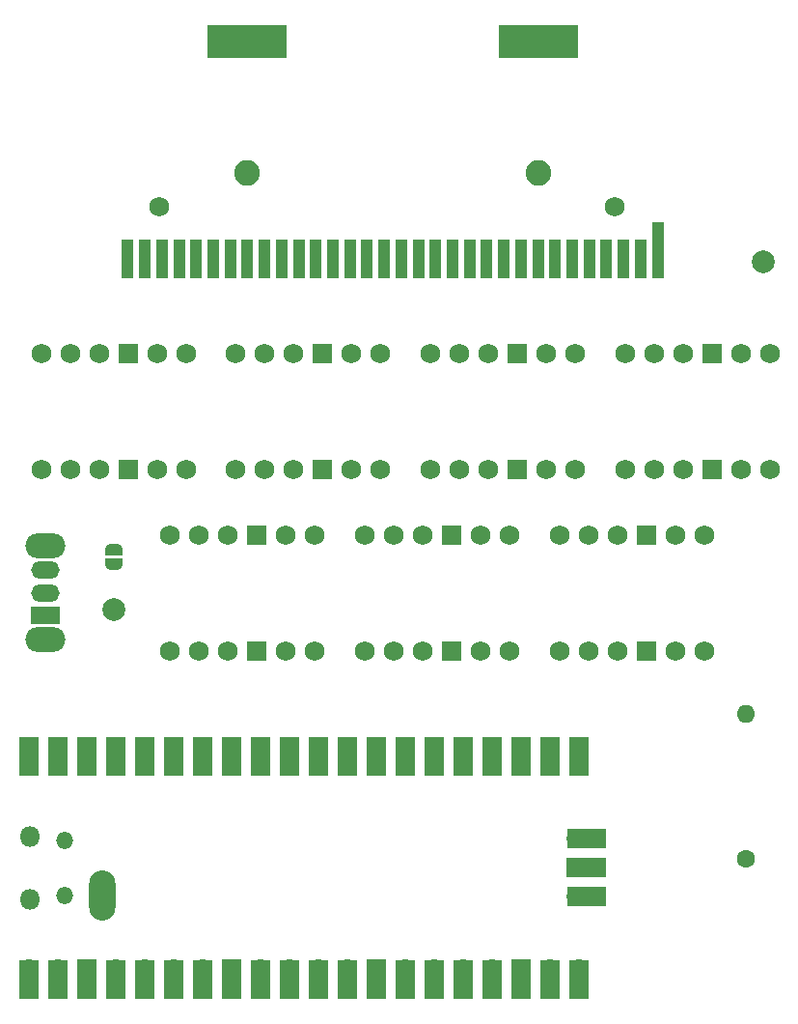
<source format=gbr>
%TF.GenerationSoftware,KiCad,Pcbnew,8.0.1*%
%TF.CreationDate,2024-03-28T23:27:52+01:00*%
%TF.ProjectId,shawazu-gb-dumper,73686177-617a-4752-9d67-622d64756d70,rev?*%
%TF.SameCoordinates,Original*%
%TF.FileFunction,Soldermask,Top*%
%TF.FilePolarity,Negative*%
%FSLAX46Y46*%
G04 Gerber Fmt 4.6, Leading zero omitted, Abs format (unit mm)*
G04 Created by KiCad (PCBNEW 8.0.1) date 2024-03-28 23:27:52*
%MOMM*%
%LPD*%
G01*
G04 APERTURE LIST*
G04 Aperture macros list*
%AMRoundRect*
0 Rectangle with rounded corners*
0 $1 Rounding radius*
0 $2 $3 $4 $5 $6 $7 $8 $9 X,Y pos of 4 corners*
0 Add a 4 corners polygon primitive as box body*
4,1,4,$2,$3,$4,$5,$6,$7,$8,$9,$2,$3,0*
0 Add four circle primitives for the rounded corners*
1,1,$1+$1,$2,$3*
1,1,$1+$1,$4,$5*
1,1,$1+$1,$6,$7*
1,1,$1+$1,$8,$9*
0 Add four rect primitives between the rounded corners*
20,1,$1+$1,$2,$3,$4,$5,0*
20,1,$1+$1,$4,$5,$6,$7,0*
20,1,$1+$1,$6,$7,$8,$9,0*
20,1,$1+$1,$8,$9,$2,$3,0*%
%AMFreePoly0*
4,1,19,0.500000,-0.750000,0.000000,-0.750000,0.000000,-0.744911,-0.071157,-0.744911,-0.207708,-0.704816,-0.327430,-0.627875,-0.420627,-0.520320,-0.479746,-0.390866,-0.500000,-0.250000,-0.500000,0.250000,-0.479746,0.390866,-0.420627,0.520320,-0.327430,0.627875,-0.207708,0.704816,-0.071157,0.744911,0.000000,0.744911,0.000000,0.750000,0.500000,0.750000,0.500000,-0.750000,0.500000,-0.750000,
$1*%
%AMFreePoly1*
4,1,19,0.000000,0.744911,0.071157,0.744911,0.207708,0.704816,0.327430,0.627875,0.420627,0.520320,0.479746,0.390866,0.500000,0.250000,0.500000,-0.250000,0.479746,-0.390866,0.420627,-0.520320,0.327430,-0.627875,0.207708,-0.704816,0.071157,-0.744911,0.000000,-0.744911,0.000000,-0.750000,-0.500000,-0.750000,-0.500000,0.750000,0.000000,0.750000,0.000000,0.744911,0.000000,0.744911,
$1*%
G04 Aperture macros list end*
%ADD10C,1.750000*%
%ADD11R,7.000000X3.000000*%
%ADD12C,2.250000*%
%ADD13R,1.000000X3.500000*%
%ADD14R,1.000000X5.000000*%
%ADD15RoundRect,0.102000X0.762000X-0.762000X0.762000X0.762000X-0.762000X0.762000X-0.762000X-0.762000X0*%
%ADD16C,1.728000*%
%ADD17FreePoly0,270.000000*%
%ADD18FreePoly1,270.000000*%
%ADD19O,2.300000X4.400000*%
%ADD20C,2.000000*%
%ADD21O,1.800000X1.800000*%
%ADD22O,1.500000X1.500000*%
%ADD23O,1.700000X1.700000*%
%ADD24R,1.700000X3.500000*%
%ADD25R,1.700000X1.700000*%
%ADD26R,3.500000X1.700000*%
%ADD27C,1.600000*%
%ADD28O,1.600000X1.600000*%
%ADD29O,3.500000X2.200000*%
%ADD30R,2.500000X1.500000*%
%ADD31O,2.500000X1.500000*%
G04 APERTURE END LIST*
D10*
%TO.C,J1*%
X118500000Y-41699200D03*
D11*
X126250000Y-27199200D03*
D12*
X126250000Y-38699200D03*
D11*
X151750000Y-27199200D03*
D12*
X151750000Y-38699200D03*
D10*
X158500000Y-41699200D03*
D13*
X115750000Y-46199200D03*
X117250000Y-46199200D03*
X118750000Y-46199200D03*
X120250000Y-46199200D03*
X121750000Y-46199200D03*
X123250000Y-46199200D03*
X124750000Y-46199200D03*
X126250000Y-46199200D03*
X127750000Y-46199200D03*
X129250000Y-46199200D03*
X130750000Y-46199200D03*
X132250000Y-46199200D03*
X133750000Y-46199200D03*
X135250000Y-46199200D03*
X136750000Y-46199200D03*
X138250000Y-46199200D03*
X139750000Y-46199200D03*
X141250000Y-46199200D03*
X142750000Y-46199200D03*
X144250000Y-46199200D03*
X145750000Y-46199200D03*
X147250000Y-46199200D03*
X148750000Y-46199200D03*
X150250000Y-46199200D03*
X151750000Y-46199200D03*
X153250000Y-46199200D03*
X154750000Y-46199200D03*
X156250000Y-46199200D03*
X157750000Y-46199200D03*
X159250000Y-46199200D03*
X160750000Y-46199200D03*
D14*
X162250000Y-45449200D03*
%TD*%
D15*
%TO.C,U1*%
X115770000Y-54500000D03*
X115770000Y-64660000D03*
D16*
X113230000Y-54500000D03*
X108150000Y-54500000D03*
X110690000Y-54500000D03*
X118310000Y-54500000D03*
X120850000Y-54500000D03*
X113230000Y-64660000D03*
X108150000Y-64660000D03*
X110690000Y-64660000D03*
X118310000Y-64660000D03*
X120850000Y-64660000D03*
%TD*%
D17*
%TO.C,JP1*%
X114500000Y-71700000D03*
D18*
X114500000Y-73000000D03*
%TD*%
D15*
%TO.C,U4*%
X167000000Y-54500000D03*
X167000000Y-64660000D03*
D16*
X164460000Y-54500000D03*
X159380000Y-54500000D03*
X161920000Y-54500000D03*
X169540000Y-54500000D03*
X172080000Y-54500000D03*
X164460000Y-64660000D03*
X159380000Y-64660000D03*
X161920000Y-64660000D03*
X169540000Y-64660000D03*
X172080000Y-64660000D03*
%TD*%
D19*
%TO.C,PICO_TP4*%
X113500000Y-102000000D03*
%TD*%
D15*
%TO.C,U3*%
X149923332Y-54500000D03*
X149923332Y-64660000D03*
D16*
X147383332Y-54500000D03*
X142303332Y-54500000D03*
X144843332Y-54500000D03*
X152463332Y-54500000D03*
X155003332Y-54500000D03*
X147383332Y-64660000D03*
X142303332Y-64660000D03*
X144843332Y-64660000D03*
X152463332Y-64660000D03*
X155003332Y-64660000D03*
%TD*%
D15*
%TO.C,U2*%
X132846666Y-54500000D03*
X132846666Y-64660000D03*
D16*
X130306666Y-54500000D03*
X125226666Y-54500000D03*
X127766666Y-54500000D03*
X135386666Y-54500000D03*
X137926666Y-54500000D03*
X130306666Y-64660000D03*
X125226666Y-64660000D03*
X127766666Y-64660000D03*
X135386666Y-64660000D03*
X137926666Y-64660000D03*
%TD*%
D20*
%TO.C,TP2*%
X114500000Y-77000000D03*
%TD*%
D15*
%TO.C,U6*%
X144175000Y-70420000D03*
X144175000Y-80580000D03*
D16*
X141635000Y-70420000D03*
X136555000Y-70420000D03*
X139095000Y-70420000D03*
X146715000Y-70420000D03*
X149255000Y-70420000D03*
X141635000Y-80580000D03*
X136555000Y-80580000D03*
X139095000Y-80580000D03*
X146715000Y-80580000D03*
X149255000Y-80580000D03*
%TD*%
D21*
%TO.C,U8*%
X107190000Y-102335000D03*
D22*
X110220000Y-102035000D03*
X110220000Y-97185000D03*
D21*
X107190000Y-96885000D03*
D23*
X107060000Y-108500000D03*
D24*
X107060000Y-109400000D03*
D23*
X109600000Y-108500000D03*
D24*
X109600000Y-109400000D03*
D25*
X112140000Y-108500000D03*
D24*
X112140000Y-109400000D03*
D23*
X114680000Y-108500000D03*
D24*
X114680000Y-109400000D03*
D23*
X117220000Y-108500000D03*
D24*
X117220000Y-109400000D03*
D23*
X119760000Y-108500000D03*
D24*
X119760000Y-109400000D03*
D23*
X122300000Y-108500000D03*
D24*
X122300000Y-109400000D03*
D25*
X124840000Y-108500000D03*
D24*
X124840000Y-109400000D03*
D23*
X127380000Y-108500000D03*
D24*
X127380000Y-109400000D03*
D23*
X129920000Y-108500000D03*
D24*
X129920000Y-109400000D03*
D23*
X132460000Y-108500000D03*
D24*
X132460000Y-109400000D03*
D23*
X135000000Y-108500000D03*
D24*
X135000000Y-109400000D03*
D25*
X137540000Y-108500000D03*
D24*
X137540000Y-109400000D03*
D23*
X140080000Y-108500000D03*
D24*
X140080000Y-109400000D03*
D23*
X142620000Y-108500000D03*
D24*
X142620000Y-109400000D03*
D23*
X145160000Y-108500000D03*
D24*
X145160000Y-109400000D03*
D23*
X147700000Y-108500000D03*
D24*
X147700000Y-109400000D03*
D25*
X150240000Y-108500000D03*
D24*
X150240000Y-109400000D03*
D23*
X152780000Y-108500000D03*
D24*
X152780000Y-109400000D03*
D23*
X155320000Y-108500000D03*
D24*
X155320000Y-109400000D03*
D23*
X155320000Y-90720000D03*
D24*
X155320000Y-89820000D03*
D23*
X152780000Y-90720000D03*
D24*
X152780000Y-89820000D03*
D25*
X150240000Y-90720000D03*
D24*
X150240000Y-89820000D03*
D23*
X147700000Y-90720000D03*
D24*
X147700000Y-89820000D03*
D23*
X145160000Y-90720000D03*
D24*
X145160000Y-89820000D03*
D23*
X142620000Y-90720000D03*
D24*
X142620000Y-89820000D03*
D23*
X140080000Y-90720000D03*
D24*
X140080000Y-89820000D03*
D25*
X137540000Y-90720000D03*
D24*
X137540000Y-89820000D03*
D23*
X135000000Y-90720000D03*
D24*
X135000000Y-89820000D03*
D23*
X132460000Y-90720000D03*
D24*
X132460000Y-89820000D03*
D23*
X129920000Y-90720000D03*
D24*
X129920000Y-89820000D03*
D23*
X127380000Y-90720000D03*
D24*
X127380000Y-89820000D03*
D25*
X124840000Y-90720000D03*
D24*
X124840000Y-89820000D03*
D23*
X122300000Y-90720000D03*
D24*
X122300000Y-89820000D03*
D23*
X119760000Y-90720000D03*
D24*
X119760000Y-89820000D03*
D23*
X117220000Y-90720000D03*
D24*
X117220000Y-89820000D03*
D23*
X114680000Y-90720000D03*
D24*
X114680000Y-89820000D03*
D25*
X112140000Y-90720000D03*
D24*
X112140000Y-89820000D03*
D23*
X109600000Y-90720000D03*
D24*
X109600000Y-89820000D03*
D23*
X107060000Y-90720000D03*
D24*
X107060000Y-89820000D03*
D23*
X155090000Y-102150000D03*
D26*
X155990000Y-102150000D03*
D25*
X155090000Y-99610000D03*
D26*
X155990000Y-99610000D03*
D23*
X155090000Y-97070000D03*
D26*
X155990000Y-97070000D03*
%TD*%
D27*
%TO.C,10K\u03A9*%
X170000000Y-98850000D03*
D28*
X170000000Y-86150000D03*
%TD*%
D29*
%TO.C,SW1*%
X108500000Y-79600000D03*
X108500000Y-71400000D03*
D30*
X108500000Y-77500000D03*
D31*
X108500000Y-75500000D03*
X108500000Y-73500000D03*
%TD*%
D20*
%TO.C,TP3*%
X171500000Y-46500000D03*
%TD*%
D15*
%TO.C,U7*%
X161270000Y-70420000D03*
X161270000Y-80580000D03*
D16*
X158730000Y-70420000D03*
X153650000Y-70420000D03*
X156190000Y-70420000D03*
X163810000Y-70420000D03*
X166350000Y-70420000D03*
X158730000Y-80580000D03*
X153650000Y-80580000D03*
X156190000Y-80580000D03*
X163810000Y-80580000D03*
X166350000Y-80580000D03*
%TD*%
D15*
%TO.C,U5*%
X127080000Y-70420000D03*
X127080000Y-80580000D03*
D16*
X124540000Y-70420000D03*
X119460000Y-70420000D03*
X122000000Y-70420000D03*
X129620000Y-70420000D03*
X132160000Y-70420000D03*
X124540000Y-80580000D03*
X119460000Y-80580000D03*
X122000000Y-80580000D03*
X129620000Y-80580000D03*
X132160000Y-80580000D03*
%TD*%
M02*

</source>
